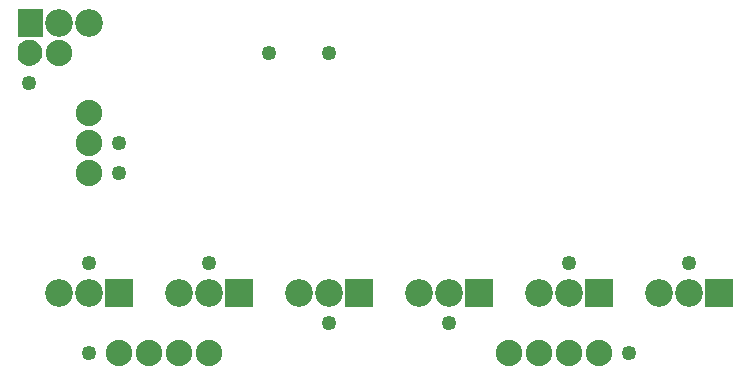
<source format=gts>
G04 MADE WITH FRITZING*
G04 WWW.FRITZING.ORG*
G04 DOUBLE SIDED*
G04 HOLES PLATED*
G04 CONTOUR ON CENTER OF CONTOUR VECTOR*
%ASAXBY*%
%FSLAX23Y23*%
%MOIN*%
%OFA0B0*%
%SFA1.0B1.0*%
%ADD10C,0.049370*%
%ADD11C,0.092000*%
%ADD12C,0.088000*%
%ADD13C,0.038000*%
%ADD14C,0.042000*%
%ADD15R,0.092000X0.092000*%
%ADD16R,0.001000X0.001000*%
%LNMASK1*%
G90*
G70*
G54D10*
X1838Y360D03*
X2238Y360D03*
X1438Y160D03*
X1038Y160D03*
X638Y360D03*
X238Y360D03*
X238Y60D03*
X2038Y60D03*
G54D11*
X338Y260D03*
X238Y260D03*
X138Y260D03*
X738Y260D03*
X638Y260D03*
X538Y260D03*
X1138Y260D03*
X1038Y260D03*
X938Y260D03*
X2338Y260D03*
X2238Y260D03*
X2138Y260D03*
X1938Y260D03*
X1838Y260D03*
X1738Y260D03*
X1538Y260D03*
X1438Y260D03*
X1338Y260D03*
G54D12*
X238Y860D03*
X238Y760D03*
X238Y660D03*
X338Y60D03*
X438Y60D03*
X538Y60D03*
X638Y60D03*
X1638Y60D03*
X1738Y60D03*
X1838Y60D03*
X1938Y60D03*
G54D13*
X38Y1060D03*
G54D12*
X138Y1060D03*
G54D14*
X38Y1160D03*
G54D11*
X138Y1160D03*
X238Y1160D03*
G54D10*
X38Y960D03*
X338Y660D03*
X1038Y1060D03*
X838Y1060D03*
X338Y760D03*
G54D15*
X338Y260D03*
X738Y260D03*
X1138Y260D03*
X2338Y260D03*
X1938Y260D03*
X1538Y260D03*
G54D16*
X0Y1206D02*
X83Y1206D01*
X0Y1205D02*
X83Y1205D01*
X0Y1204D02*
X83Y1204D01*
X0Y1203D02*
X83Y1203D01*
X0Y1202D02*
X83Y1202D01*
X0Y1201D02*
X83Y1201D01*
X0Y1200D02*
X83Y1200D01*
X0Y1199D02*
X83Y1199D01*
X0Y1198D02*
X83Y1198D01*
X0Y1197D02*
X83Y1197D01*
X0Y1196D02*
X83Y1196D01*
X0Y1195D02*
X83Y1195D01*
X0Y1194D02*
X83Y1194D01*
X0Y1193D02*
X83Y1193D01*
X0Y1192D02*
X83Y1192D01*
X0Y1191D02*
X83Y1191D01*
X0Y1190D02*
X83Y1190D01*
X0Y1189D02*
X83Y1189D01*
X0Y1188D02*
X83Y1188D01*
X0Y1187D02*
X83Y1187D01*
X0Y1186D02*
X83Y1186D01*
X0Y1185D02*
X83Y1185D01*
X0Y1184D02*
X83Y1184D01*
X0Y1183D02*
X83Y1183D01*
X0Y1182D02*
X83Y1182D01*
X0Y1181D02*
X83Y1181D01*
X0Y1180D02*
X83Y1180D01*
X0Y1179D02*
X83Y1179D01*
X0Y1178D02*
X83Y1178D01*
X0Y1177D02*
X83Y1177D01*
X0Y1176D02*
X83Y1176D01*
X0Y1175D02*
X83Y1175D01*
X0Y1174D02*
X83Y1174D01*
X0Y1173D02*
X83Y1173D01*
X0Y1172D02*
X83Y1172D01*
X0Y1171D02*
X83Y1171D01*
X0Y1170D02*
X83Y1170D01*
X0Y1169D02*
X83Y1169D01*
X0Y1168D02*
X83Y1168D01*
X0Y1167D02*
X83Y1167D01*
X0Y1166D02*
X83Y1166D01*
X0Y1165D02*
X83Y1165D01*
X0Y1164D02*
X83Y1164D01*
X0Y1163D02*
X83Y1163D01*
X0Y1162D02*
X83Y1162D01*
X0Y1161D02*
X83Y1161D01*
X0Y1160D02*
X83Y1160D01*
X0Y1159D02*
X83Y1159D01*
X0Y1158D02*
X83Y1158D01*
X0Y1157D02*
X83Y1157D01*
X0Y1156D02*
X83Y1156D01*
X0Y1155D02*
X83Y1155D01*
X0Y1154D02*
X83Y1154D01*
X0Y1153D02*
X83Y1153D01*
X0Y1152D02*
X83Y1152D01*
X0Y1151D02*
X83Y1151D01*
X0Y1150D02*
X83Y1150D01*
X0Y1149D02*
X83Y1149D01*
X0Y1148D02*
X83Y1148D01*
X0Y1147D02*
X83Y1147D01*
X0Y1146D02*
X83Y1146D01*
X0Y1145D02*
X83Y1145D01*
X0Y1144D02*
X83Y1144D01*
X0Y1143D02*
X83Y1143D01*
X0Y1142D02*
X83Y1142D01*
X0Y1141D02*
X83Y1141D01*
X0Y1140D02*
X83Y1140D01*
X0Y1139D02*
X83Y1139D01*
X0Y1138D02*
X83Y1138D01*
X0Y1137D02*
X83Y1137D01*
X0Y1136D02*
X83Y1136D01*
X0Y1135D02*
X83Y1135D01*
X0Y1134D02*
X83Y1134D01*
X0Y1133D02*
X83Y1133D01*
X0Y1132D02*
X83Y1132D01*
X0Y1131D02*
X83Y1131D01*
X0Y1130D02*
X83Y1130D01*
X0Y1129D02*
X83Y1129D01*
X0Y1128D02*
X83Y1128D01*
X0Y1127D02*
X83Y1127D01*
X0Y1126D02*
X83Y1126D01*
X0Y1125D02*
X83Y1125D01*
X0Y1124D02*
X83Y1124D01*
X0Y1123D02*
X83Y1123D01*
X0Y1122D02*
X83Y1122D01*
X0Y1121D02*
X83Y1121D01*
X0Y1120D02*
X83Y1120D01*
X0Y1119D02*
X83Y1119D01*
X0Y1118D02*
X83Y1118D01*
X0Y1117D02*
X83Y1117D01*
X0Y1116D02*
X83Y1116D01*
X0Y1115D02*
X83Y1115D01*
X33Y1104D02*
X42Y1104D01*
X28Y1103D02*
X47Y1103D01*
X25Y1102D02*
X50Y1102D01*
X23Y1101D02*
X52Y1101D01*
X21Y1100D02*
X54Y1100D01*
X19Y1099D02*
X56Y1099D01*
X17Y1098D02*
X58Y1098D01*
X15Y1097D02*
X60Y1097D01*
X14Y1096D02*
X61Y1096D01*
X13Y1095D02*
X62Y1095D01*
X11Y1094D02*
X64Y1094D01*
X10Y1093D02*
X65Y1093D01*
X9Y1092D02*
X66Y1092D01*
X8Y1091D02*
X67Y1091D01*
X7Y1090D02*
X68Y1090D01*
X6Y1089D02*
X69Y1089D01*
X5Y1088D02*
X70Y1088D01*
X4Y1087D02*
X71Y1087D01*
X4Y1086D02*
X71Y1086D01*
X3Y1085D02*
X72Y1085D01*
X2Y1084D02*
X73Y1084D01*
X1Y1083D02*
X74Y1083D01*
X1Y1082D02*
X74Y1082D01*
X0Y1081D02*
X75Y1081D01*
X0Y1080D02*
X76Y1080D01*
X0Y1079D02*
X76Y1079D01*
X0Y1078D02*
X77Y1078D01*
X0Y1077D02*
X77Y1077D01*
X0Y1076D02*
X78Y1076D01*
X0Y1075D02*
X78Y1075D01*
X0Y1074D02*
X78Y1074D01*
X0Y1073D02*
X79Y1073D01*
X0Y1072D02*
X79Y1072D01*
X0Y1071D02*
X79Y1071D01*
X0Y1070D02*
X80Y1070D01*
X0Y1069D02*
X80Y1069D01*
X0Y1068D02*
X80Y1068D01*
X0Y1067D02*
X80Y1067D01*
X0Y1066D02*
X81Y1066D01*
X0Y1065D02*
X81Y1065D01*
X0Y1064D02*
X81Y1064D01*
X0Y1063D02*
X81Y1063D01*
X0Y1062D02*
X81Y1062D01*
X0Y1061D02*
X81Y1061D01*
X0Y1060D02*
X81Y1060D01*
X0Y1059D02*
X81Y1059D01*
X0Y1058D02*
X81Y1058D01*
X0Y1057D02*
X81Y1057D01*
X0Y1056D02*
X81Y1056D01*
X0Y1055D02*
X81Y1055D01*
X0Y1054D02*
X80Y1054D01*
X0Y1053D02*
X80Y1053D01*
X0Y1052D02*
X80Y1052D01*
X0Y1051D02*
X80Y1051D01*
X0Y1050D02*
X79Y1050D01*
X0Y1049D02*
X79Y1049D01*
X0Y1048D02*
X79Y1048D01*
X0Y1047D02*
X78Y1047D01*
X0Y1046D02*
X78Y1046D01*
X0Y1045D02*
X78Y1045D01*
X0Y1044D02*
X77Y1044D01*
X0Y1043D02*
X77Y1043D01*
X0Y1042D02*
X76Y1042D01*
X0Y1041D02*
X76Y1041D01*
X0Y1040D02*
X75Y1040D01*
X1Y1039D02*
X74Y1039D01*
X1Y1038D02*
X74Y1038D01*
X2Y1037D02*
X73Y1037D01*
X3Y1036D02*
X72Y1036D01*
X3Y1035D02*
X72Y1035D01*
X4Y1034D02*
X71Y1034D01*
X5Y1033D02*
X70Y1033D01*
X6Y1032D02*
X69Y1032D01*
X7Y1031D02*
X68Y1031D01*
X8Y1030D02*
X67Y1030D01*
X9Y1029D02*
X66Y1029D01*
X10Y1028D02*
X65Y1028D01*
X11Y1027D02*
X64Y1027D01*
X12Y1026D02*
X63Y1026D01*
X14Y1025D02*
X61Y1025D01*
X15Y1024D02*
X60Y1024D01*
X17Y1023D02*
X58Y1023D01*
X18Y1022D02*
X57Y1022D01*
X20Y1021D02*
X55Y1021D01*
X22Y1020D02*
X53Y1020D01*
X25Y1019D02*
X50Y1019D01*
X28Y1018D02*
X47Y1018D01*
X32Y1017D02*
X43Y1017D01*
D02*
G04 End of Mask1*
M02*
</source>
